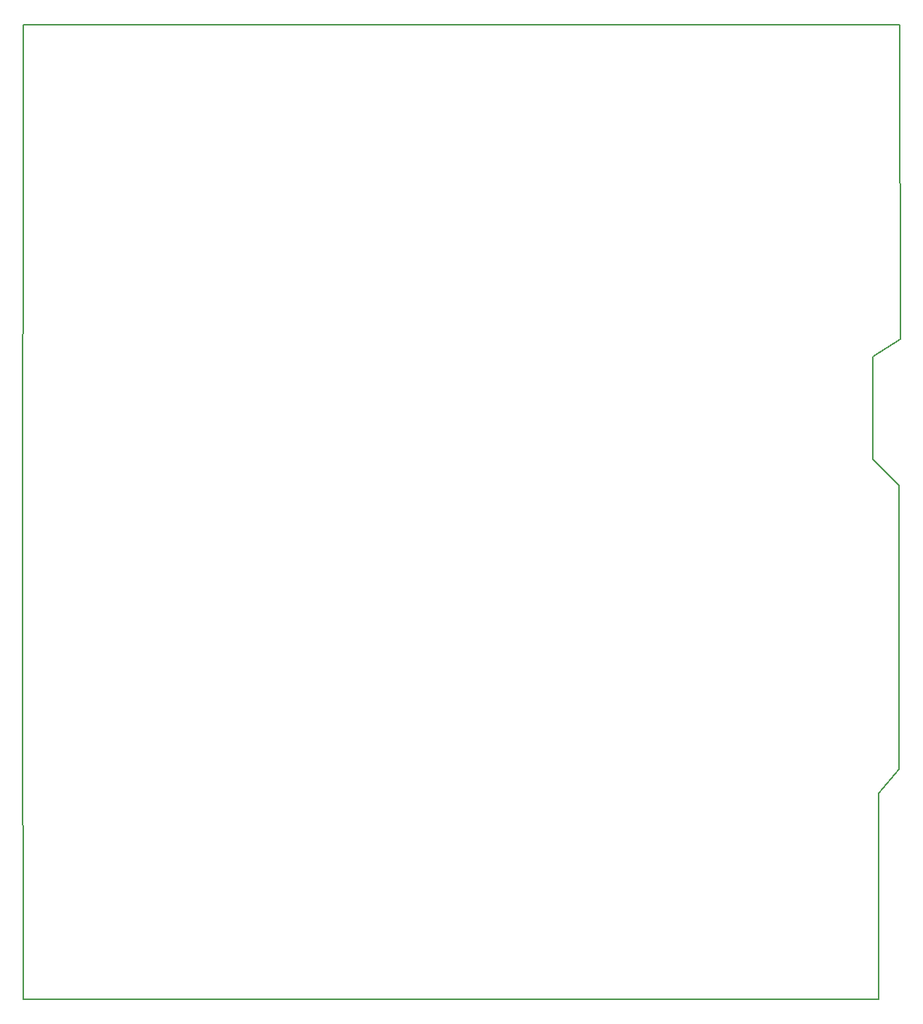
<source format=gbr>
G04 #@! TF.GenerationSoftware,KiCad,Pcbnew,(5.1.5)-3*
G04 #@! TF.CreationDate,2020-01-24T14:25:46-05:00*
G04 #@! TF.ProjectId,arduino_duo_shield,61726475-696e-46f5-9f64-756f5f736869,rev?*
G04 #@! TF.SameCoordinates,PX6258c20PY7445a00*
G04 #@! TF.FileFunction,Profile,NP*
%FSLAX46Y46*%
G04 Gerber Fmt 4.6, Leading zero omitted, Abs format (unit mm)*
G04 Created by KiCad (PCBNEW (5.1.5)-3) date 2020-01-24 14:25:46*
%MOMM*%
%LPD*%
G04 APERTURE LIST*
%ADD10C,0.150000*%
G04 APERTURE END LIST*
D10*
X98950000Y52850000D02*
X102108000Y54850000D01*
X98950000Y40850000D02*
X98950000Y52850000D01*
X101950000Y37850000D02*
X98950000Y40850000D01*
X101950000Y4850000D02*
X101950000Y37850000D01*
X99568000Y2032000D02*
X101950000Y4850000D01*
X-50000Y18850000D02*
X0Y-21900000D01*
X99568000Y-21900000D02*
X0Y-21900000D01*
X102108000Y54850000D02*
X102090000Y91440000D01*
X102090000Y91440000D02*
X99568000Y91440000D01*
X-50000Y18850000D02*
X0Y91440000D01*
X0Y91440000D02*
X99568000Y91440000D01*
X99568000Y2032000D02*
X99568000Y-21900000D01*
M02*

</source>
